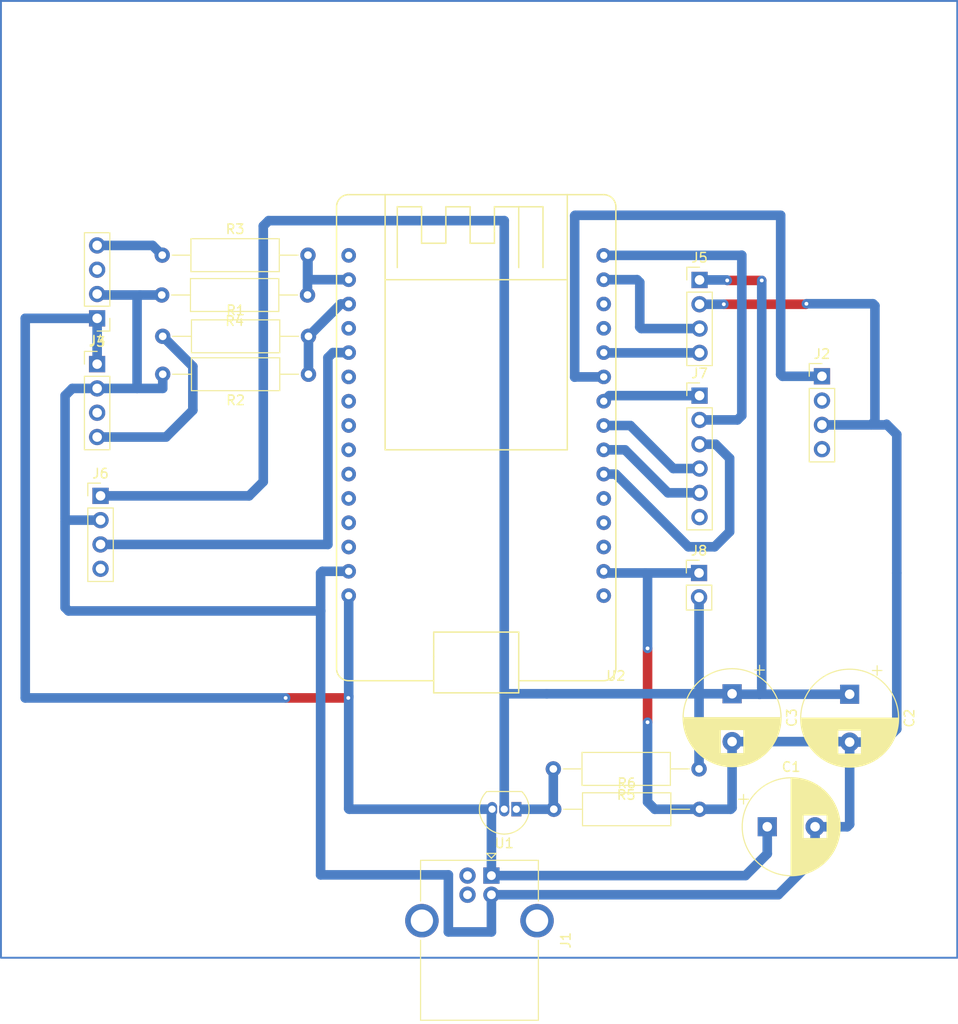
<source format=kicad_pcb>
(kicad_pcb (version 20211014) (generator pcbnew)
  (layers (0 "F.Cu" signal) (31 "B.Cu" signal) (34 "B.Paste" user) (35 "F.Paste" user) (36 "B.SilkS" user "B.Silkscreen") (37 "F.SilkS" user "F.Silkscreen") (38 "B.Mask" user) (39 "F.Mask" user) (44 "Edge.Cuts" user))
  (net 0 "")
  (net 1 "Net-(R5-Pad2)")
  (net 2 "+3V3")
  (net 3 "+5V")
  (net 4 "GND")
  (net 13 "/TEMT6000")
  (net 15 "/MQ5")
  (net 16 "/MQ7")
  (net 18 "/OLED_D1")
  (net 19 "/SCL")
  (net 22 "/SDA")
  (net 23 "/Buzzer")
  (net 24 "/OLED_D0")
  (net 25 "/OLED_CS")
  (net 26 "/OLED_RESET")
  (net 27 "/OLED_DC")
  (net 38 "Net-(J3-Pad4)")
  (net 40 "Net-(J4-Pad4)")
  (footprint "Capacitor_THT:CP_Radial_D10.0mm_P5.00mm" (layer "F.Cu") (at 251.3076 102.585123 -90)
    (fp_text reference "C2" (at 2.5 -6.25 90) (layer "F.SilkS"))
    (fp_text value "10uF")
    (pad "1" thru_hole rect (at 0 0 270) (size 2 2) (drill 1) (layers *.Cu *.Mask) (net 2 "+3V3"))
    (pad "2" thru_hole circle (at 5 0 270) (size 2 2) (drill 1) (layers *.Cu *.Mask) (net 4 "GND"))
  )
  (footprint "Capacitor_THT:CP_Radial_D10.0mm_P5.00mm" (layer "F.Cu") (at 239.014 102.534323 -90)
    (fp_text reference "C3" (at 2.5 -6.25 90) (layer "F.SilkS"))
    (fp_text value "100uF")
    (pad "1" thru_hole rect (at 0 0 270) (size 2 2) (drill 1) (layers *.Cu *.Mask) (net 2 "+3V3"))
    (pad "2" thru_hole circle (at 5 0 270) (size 2 2) (drill 1) (layers *.Cu *.Mask) (net 4 "GND"))
  )
  (footprint "Connector_PinHeader_2.54mm:PinHeader_1x04_P2.54mm_Vertical" (layer "F.Cu") (at 172.6184 63.2968 180)
    (fp_text reference "J4" (at 0 -2.33) (layer "F.SilkS"))
    (fp_text value "MQ7")
    (pad "1" thru_hole rect (at 0 0 180) (size 1.7 1.7) (drill 1) (layers *.Cu *.Mask) (net 3 "+5V"))
    (pad "2" thru_hole oval (at 0 2.54 180) (size 1.7 1.7) (drill 1) (layers *.Cu *.Mask) (net 4 "GND"))
    (pad "3" thru_hole oval (at 0 5.08 180) (size 1.7 1.7) (drill 1) (layers *.Cu *.Mask))
    (pad "4" thru_hole oval (at 0 7.62 180) (size 1.7 1.7) (drill 1) (layers *.Cu *.Mask) (net 40 "Net-(J4-Pad4)"))
  )
  (footprint "Package_TO_SOT_THT:TO-92_Inline" (layer "F.Cu") (at 216.4588 114.6004 180)
    (fp_text reference "U1" (at 1.27 -3.56) (layer "F.SilkS"))
    (fp_text value "LM317L_TO92")
    (pad "1" thru_hole rect (at 0 0 180) (size 1.05 1.5) (drill 0.75) (layers *.Cu *.Mask) (net 1 "Net-(R5-Pad2)"))
    (pad "2" thru_hole oval (at 1.27 0 180) (size 1.05 1.5) (drill 0.75) (layers *.Cu *.Mask) (net 2 "+3V3"))
    (pad "3" thru_hole oval (at 2.54 0 180) (size 1.05 1.5) (drill 0.75) (layers *.Cu *.Mask) (net 3 "+5V"))
  )
  (footprint "Connector_PinHeader_2.54mm:PinHeader_1x04_P2.54mm_Vertical" (layer "F.Cu") (at 172.6184 68.082)
    (fp_text reference "J3" (at 0 -2.33) (layer "F.SilkS"))
    (fp_text value "MQ5")
    (pad "1" thru_hole rect (at 0 0) (size 1.7 1.7) (drill 1) (layers *.Cu *.Mask) (net 3 "+5V"))
    (pad "2" thru_hole oval (at 0 2.54) (size 1.7 1.7) (drill 1) (layers *.Cu *.Mask) (net 4 "GND"))
    (pad "3" thru_hole oval (at 0 5.08) (size 1.7 1.7) (drill 1) (layers *.Cu *.Mask))
    (pad "4" thru_hole oval (at 0 7.62) (size 1.7 1.7) (drill 1) (layers *.Cu *.Mask) (net 38 "Net-(J3-Pad4)"))
  )
  (footprint "Resistor_THT:R_Axial_DIN0309_L9.0mm_D3.2mm_P15.24mm_Horizontal" (layer "F.Cu") (at 179.4256 56.6928)
    (fp_text reference "R3" (at 7.62 -2.72) (layer "F.SilkS"))
    (fp_text value "10k")
    (pad "1" thru_hole circle (at 0 0) (size 1.6 1.6) (drill 0.8) (layers *.Cu *.Mask) (net 40 "Net-(J4-Pad4)"))
    (pad "2" thru_hole oval (at 15.24 0) (size 1.6 1.6) (drill 0.8) (layers *.Cu *.Mask) (net 16 "/MQ7"))
  )
  (footprint "Resistor_THT:R_Axial_DIN0309_L9.0mm_D3.2mm_P15.24mm_Horizontal" (layer "F.Cu") (at 235.5596 110.3884 180)
    (fp_text reference "R5" (at 7.62 -2.72) (layer "F.SilkS"))
    (fp_text value "330")
    (pad "1" thru_hole circle (at 0 0 180) (size 1.6 1.6) (drill 0.8) (layers *.Cu *.Mask) (net 2 "+3V3"))
    (pad "2" thru_hole oval (at 15.24 0 180) (size 1.6 1.6) (drill 0.8) (layers *.Cu *.Mask) (net 1 "Net-(R5-Pad2)"))
  )
  (footprint "Resistor_THT:R_Axial_DIN0309_L9.0mm_D3.2mm_P15.24mm_Horizontal" (layer "F.Cu") (at 220.3704 114.6048)
    (fp_text reference "R6" (at 7.62 -2.72) (layer "F.SilkS"))
    (fp_text value "560")
    (pad "1" thru_hole circle (at 0 0) (size 1.6 1.6) (drill 0.8) (layers *.Cu *.Mask) (net 1 "Net-(R5-Pad2)"))
    (pad "2" thru_hole oval (at 15.24 0) (size 1.6 1.6) (drill 0.8) (layers *.Cu *.Mask) (net 4 "GND"))
  )
  (footprint "DOIT_ESP32:DOIT ESP32 Devkit" (layer "F.Cu") (at 226.8615 101.1682 180)
    (fp_text reference "U2" (at 0 0.5) (layer "F.SilkS"))
    (fp_text value "ESP32-Devkit-V1")
    (pad "1" thru_hole circle locked (at 27.94 8.89 180) (size 1.524 1.524) (drill 0.762) (layers *.Cu *.Mask) (net 3 "+5V"))
    (pad "2" thru_hole circle locked (at 27.94 11.43 180) (size 1.524 1.524) (drill 0.762) (layers *.Cu *.Mask) (net 4 "GND"))
    (pad "3" thru_hole circle locked (at 27.94 13.97 180) (size 1.524 1.524) (drill 0.762) (layers *.Cu *.Mask))
    (pad "4" thru_hole circle locked (at 27.94 16.51 180) (size 1.524 1.524) (drill 0.762) (layers *.Cu *.Mask))
    (pad "5" thru_hole circle locked (at 27.94 19.05 180) (size 1.524 1.524) (drill 0.762) (layers *.Cu *.Mask))
    (pad "6" thru_hole circle locked (at 27.94 21.59 180) (size 1.524 1.524) (drill 0.762) (layers *.Cu *.Mask))
    (pad "7" thru_hole circle locked (at 27.94 24.13 180) (size 1.524 1.524) (drill 0.762) (layers *.Cu *.Mask))
    (pad "8" thru_hole circle locked (at 27.94 26.67 180) (size 1.524 1.524) (drill 0.762) (layers *.Cu *.Mask))
    (pad "9" thru_hole circle locked (at 27.94 29.21 180) (size 1.524 1.524) (drill 0.762) (layers *.Cu *.Mask))
    (pad "10" thru_hole circle locked (at 27.94 31.75 180) (size 1.524 1.524) (drill 0.762) (layers *.Cu *.Mask))
    (pad "11" thru_hole circle locked (at 27.94 34.29 180) (size 1.524 1.524) (drill 0.762) (layers *.Cu *.Mask) (net 13 "/TEMT6000"))
    (pad "12" thru_hole circle locked (at 27.94 36.83 180) (size 1.524 1.524) (drill 0.762) (layers *.Cu *.Mask))
    (pad "13" thru_hole circle locked (at 27.94 39.37 180) (size 1.524 1.524) (drill 0.762) (layers *.Cu *.Mask) (net 15 "/MQ5"))
    (pad "14" thru_hole circle locked (at 27.94 41.91 180) (size 1.524 1.524) (drill 0.762) (layers *.Cu *.Mask) (net 16 "/MQ7"))
    (pad "15" thru_hole circle locked (at 27.94 44.45 180) (size 1.524 1.524) (drill 0.762) (layers *.Cu *.Mask))
    (pad "16" thru_hole circle locked (at 1.27 44.45 180) (size 1.524 1.524) (drill 0.762) (layers *.Cu *.Mask) (net 18 "/OLED_D1"))
    (pad "17" thru_hole circle locked (at 1.27 41.91 180) (size 1.524 1.524) (drill 0.762) (layers *.Cu *.Mask) (net 19 "/SCL"))
    (pad "18" thru_hole circle locked (at 1.27 39.37 180) (size 1.524 1.524) (drill 0.762) (layers *.Cu *.Mask))
    (pad "19" thru_hole circle locked (at 1.27 36.83 180) (size 1.524 1.524) (drill 0.762) (layers *.Cu *.Mask))
    (pad "20" thru_hole circle locked (at 1.27 34.29 180) (size 1.524 1.524) (drill 0.762) (layers *.Cu *.Mask) (net 22 "/SDA"))
    (pad "21" thru_hole circle locked (at 1.27 31.75 180) (size 1.524 1.524) (drill 0.762) (layers *.Cu *.Mask) (net 23 "/Buzzer"))
    (pad "22" thru_hole circle locked (at 1.27 29.21 180) (size 1.524 1.524) (drill 0.762) (layers *.Cu *.Mask) (net 24 "/OLED_D0"))
    (pad "23" thru_hole circle locked (at 1.27 26.67 180) (size 1.524 1.524) (drill 0.762) (layers *.Cu *.Mask) (net 25 "/OLED_CS"))
    (pad "24" thru_hole circle locked (at 1.27 24.13 180) (size 1.524 1.524) (drill 0.762) (layers *.Cu *.Mask) (net 26 "/OLED_RESET"))
    (pad "25" thru_hole circle locked (at 1.27 21.59 180) (size 1.524 1.524) (drill 0.762) (layers *.Cu *.Mask) (net 27 "/OLED_DC"))
    (pad "26" thru_hole circle locked (at 1.27 19.05 180) (size 1.524 1.524) (drill 0.762) (layers *.Cu *.Mask))
    (pad "27" thru_hole circle locked (at 1.27 16.51 180) (size 1.524 1.524) (drill 0.762) (layers *.Cu *.Mask))
    (pad "28" thru_hole circle locked (at 1.27 13.97 180) (size 1.524 1.524) (drill 0.762) (layers *.Cu *.Mask))
    (pad "29" thru_hole circle locked (at 1.27 11.43 180) (size 1.524 1.524) (drill 0.762) (layers *.Cu *.Mask) (net 4 "GND"))
    (pad "30" thru_hole circle locked (at 1.27 8.89 180) (size 1.524 1.524) (drill 0.762) (layers *.Cu *.Mask))
  )
  (footprint "Resistor_THT:R_Axial_DIN0309_L9.0mm_D3.2mm_P15.24mm_Horizontal" (layer "F.Cu") (at 194.6148 60.8584 180)
    (fp_text reference "R4" (at 7.62 -2.72) (layer "F.SilkS"))
    (fp_text value "19k")
    (pad "1" thru_hole circle (at 0 0 180) (size 1.6 1.6) (drill 0.8) (layers *.Cu *.Mask) (net 16 "/MQ7"))
    (pad "2" thru_hole oval (at 15.24 0 180) (size 1.6 1.6) (drill 0.8) (layers *.Cu *.Mask) (net 4 "GND"))
  )
  (footprint "Connector_PinHeader_2.54mm:PinHeader_1x02_P2.54mm_Vertical" (layer "F.Cu") (at 235.5596 89.911)
    (fp_text reference "J8" (at 0 -2.33) (layer "F.SilkS"))
    (fp_text value "AlimentacionOled")
    (pad "1" thru_hole rect (at 0 0) (size 1.7 1.7) (drill 1) (layers *.Cu *.Mask) (net 4 "GND"))
    (pad "2" thru_hole oval (at 0 2.54) (size 1.7 1.7) (drill 1) (layers *.Cu *.Mask) (net 2 "+3V3"))
  )
  (footprint "Resistor_THT:R_Axial_DIN0309_L9.0mm_D3.2mm_P15.24mm_Horizontal" (layer "F.Cu") (at 194.7164 69.1388 180)
    (fp_text reference "R2" (at 7.62 -2.72) (layer "F.SilkS"))
    (fp_text value "19k")
    (pad "1" thru_hole circle (at 0 0 180) (size 1.6 1.6) (drill 0.8) (layers *.Cu *.Mask) (net 15 "/MQ5"))
    (pad "2" thru_hole oval (at 15.24 0 180) (size 1.6 1.6) (drill 0.8) (layers *.Cu *.Mask) (net 4 "GND"))
  )
  (footprint "Connector_PinHeader_2.54mm:PinHeader_1x04_P2.54mm_Vertical" (layer "F.Cu") (at 172.974 81.8488)
    (fp_text reference "J6" (at 0 -2.33) (layer "F.SilkS"))
    (fp_text value "TEMT6000")
    (pad "1" thru_hole rect (at 0 0) (size 1.7 1.7) (drill 1) (layers *.Cu *.Mask) (net 2 "+3V3"))
    (pad "2" thru_hole oval (at 0 2.54) (size 1.7 1.7) (drill 1) (layers *.Cu *.Mask) (net 4 "GND"))
    (pad "3" thru_hole oval (at 0 5.08) (size 1.7 1.7) (drill 1) (layers *.Cu *.Mask) (net 13 "/TEMT6000"))
    (pad "4" thru_hole oval (at 0 7.62) (size 1.7 1.7) (drill 1) (layers *.Cu *.Mask))
  )
  (footprint "Capacitor_THT:CP_Radial_D10.0mm_P5.00mm" (layer "F.Cu") (at 242.691523 116.4336)
    (fp_text reference "C1" (at 2.5 -6.25) (layer "F.SilkS"))
    (fp_text value "100uF")
    (pad "1" thru_hole rect (at 0 0) (size 2 2) (drill 1) (layers *.Cu *.Mask) (net 3 "+5V"))
    (pad "2" thru_hole circle (at 5 0) (size 2 2) (drill 1) (layers *.Cu *.Mask) (net 4 "GND"))
  )
  (footprint "Connector_PinHeader_2.54mm:PinHeader_1x04_P2.54mm_Vertical" (layer "F.Cu") (at 235.6104 59.2836)
    (fp_text reference "J5" (at 0 -2.33) (layer "F.SilkS"))
    (fp_text value "BMP180")
    (pad "1" thru_hole rect (at 0 0) (size 1.7 1.7) (drill 1) (layers *.Cu *.Mask) (net 2 "+3V3"))
    (pad "2" thru_hole oval (at 0 2.54) (size 1.7 1.7) (drill 1) (layers *.Cu *.Mask) (net 4 "GND"))
    (pad "3" thru_hole oval (at 0 5.08) (size 1.7 1.7) (drill 1) (layers *.Cu *.Mask) (net 19 "/SCL"))
    (pad "4" thru_hole oval (at 0 7.62) (size 1.7 1.7) (drill 1) (layers *.Cu *.Mask) (net 22 "/SDA"))
  )
  (footprint "Connector_PinHeader_2.54mm:PinHeader_1x04_P2.54mm_Vertical" (layer "F.Cu") (at 248.412 69.352)
    (fp_text reference "J2" (at 0 -2.33) (layer "F.SilkS"))
    (fp_text value "Buzzer")
    (pad "1" thru_hole rect (at 0 0) (size 1.7 1.7) (drill 1) (layers *.Cu *.Mask) (net 23 "/Buzzer"))
    (pad "2" thru_hole oval (at 0 2.54) (size 1.7 1.7) (drill 1) (layers *.Cu *.Mask))
    (pad "3" thru_hole oval (at 0 5.08) (size 1.7 1.7) (drill 1) (layers *.Cu *.Mask) (net 4 "GND"))
    (pad "4" thru_hole oval (at 0 7.62) (size 1.7 1.7) (drill 1) (layers *.Cu *.Mask))
  )
  (footprint "Connector_PinHeader_2.54mm:PinHeader_1x06_P2.54mm_Vertical" (layer "F.Cu") (at 235.6104 71.374)
    (fp_text reference "J7" (at 0 -2.33) (layer "F.SilkS"))
    (fp_text value "DatosOled")
    (pad "1" thru_hole rect (at 0 0) (size 1.7 1.7) (drill 1) (layers *.Cu *.Mask) (net 24 "/OLED_D0"))
    (pad "2" thru_hole oval (at 0 2.54) (size 1.7 1.7) (drill 1) (layers *.Cu *.Mask) (net 18 "/OLED_D1"))
    (pad "3" thru_hole oval (at 0 5.08) (size 1.7 1.7) (drill 1) (layers *.Cu *.Mask) (net 27 "/OLED_DC"))
    (pad "4" thru_hole oval (at 0 7.62) (size 1.7 1.7) (drill 1) (layers *.Cu *.Mask) (net 25 "/OLED_CS"))
    (pad "5" thru_hole oval (at 0 10.16) (size 1.7 1.7) (drill 1) (layers *.Cu *.Mask) (net 26 "/OLED_RESET"))
    (pad "6" thru_hole oval (at 0 12.7) (size 1.7 1.7) (drill 1) (layers *.Cu *.Mask))
  )
  (footprint "Connector_USB:USB_B_OST_USB-B1HSxx_Horizontal" (layer "F.Cu") (at 213.848 121.5401 -90)
    (fp_text reference "J1" (at 6.76 -7.77 90) (layer "F.SilkS"))
    (fp_text value "USB_B")
    (pad "1" thru_hole rect (at 0 0 270) (size 1.7 1.7) (drill 0.92) (layers *.Cu *.Mask) (net 3 "+5V"))
    (pad "2" thru_hole circle (at 0 2.5 270) (size 1.7 1.7) (drill 0.92) (layers *.Cu *.Mask))
    (pad "3" thru_hole circle (at 2 2.5 270) (size 1.7 1.7) (drill 0.92) (layers *.Cu *.Mask))
    (pad "4" thru_hole circle (at 2 0 270) (size 1.7 1.7) (drill 0.92) (layers *.Cu *.Mask) (net 4 "GND"))
    (pad "5" thru_hole circle (at 4.71 -4.77 270) (size 3.5 3.5) (drill 2.33) (layers *.Cu *.Mask))
    (pad "5" thru_hole circle (at 4.71 7.27 270) (size 3.5 3.5) (drill 2.33) (layers *.Cu *.Mask))
  )
  (footprint "Resistor_THT:R_Axial_DIN0309_L9.0mm_D3.2mm_P15.24mm_Horizontal" (layer "F.Cu") (at 179.4764 65.1764)
    (fp_text reference "R1" (at 7.62 -2.72) (layer "F.SilkS"))
    (fp_text value "10k")
    (pad "1" thru_hole circle (at 0 0) (size 1.6 1.6) (drill 0.8) (layers *.Cu *.Mask) (net 38 "Net-(J3-Pad4)"))
    (pad "2" thru_hole oval (at 15.24 0) (size 1.6 1.6) (drill 0.8) (layers *.Cu *.Mask) (net 15 "/MQ5"))
  )
  (gr_rect (start 162.56 30.1244) (end 262.56 130.1244) (layer "B.Cu") (width 0.2) (fill none))
  (segment (start 220.3196 110.3884) (end 220.3196 114.554) (width 1) (layer "B.Cu") (net 1))
  (segment (start 216.4632 114.6048) (end 216.4588 114.6004) (width 1) (layer "B.Cu") (net 1))
  (segment (start 220.3196 114.554) (end 220.3704 114.6048) (width 1) (layer "B.Cu") (net 1))
  (segment (start 220.3704 114.6048) (end 216.4632 114.6048) (width 1) (layer "B.Cu") (net 1))
  (segment (start 238.506 59.3344) (end 242.1128 59.3344) (width 1) (layer "F.Cu") (net 2))
  (via (at 242.1128 59.3344) (size 0.8) (drill 0.4) (layers "F.Cu" "B.Cu") (net 2))
  (via (at 238.506 59.3344) (size 0.8) (drill 0.4) (layers "F.Cu" "B.Cu") (net 2))
  (segment (start 188.5088 81.8488) (end 189.992 80.3656) (width 1) (layer "B.Cu") (net 2))
  (segment (start 235.641277 102.534323) (end 239.014 102.534323) (width 1) (layer "B.Cu") (net 2))
  (segment (start 215.1888 114.6004) (end 215.1888 102.534323) (width 1) (layer "B.Cu") (net 2))
  (segment (start 189.992 53.6448) (end 190.5508 53.086) (width 1) (layer "B.Cu") (net 2))
  (segment (start 235.5596 102.452646) (end 235.641277 102.534323) (width 1) (layer "B.Cu") (net 2))
  (segment (start 242.1128 59.3344) (end 242.1128 102.362) (width 1) (layer "B.Cu") (net 2))
  (segment (start 235.5596 92.451) (end 235.5596 102.452646) (width 1) (layer "B.Cu") (net 2))
  (segment (start 172.974 81.8488) (end 188.5088 81.8488) (width 1) (layer "B.Cu") (net 2))
  (segment (start 235.6104 59.2836) (end 238.4552 59.2836) (width 1) (layer "B.Cu") (net 2))
  (segment (start 239.0648 102.585123) (end 239.014 102.534323) (width 1) (layer "B.Cu") (net 2))
  (segment (start 238.4552 59.2836) (end 238.506 59.3344) (width 1) (layer "B.Cu") (net 2))
  (segment (start 235.5596 102.616) (end 235.641277 102.534323) (width 1) (layer "B.Cu") (net 2))
  (segment (start 251.3076 102.585123) (end 241.889677 102.585123) (width 1) (layer "B.Cu") (net 2))
  (segment (start 241.889677 102.585123) (end 239.0648 102.585123) (width 1) (layer "B.Cu") (net 2))
  (segment (start 189.992 80.3656) (end 189.992 53.6448) (width 1) (layer "B.Cu") (net 2))
  (segment (start 235.5596 110.3884) (end 235.5596 102.616) (width 1) (layer "B.Cu") (net 2))
  (segment (start 215.1888 53.086) (end 215.1888 102.534323) (width 1) (layer "B.Cu") (net 2))
  (segment (start 219.639277 102.534323) (end 235.641277 102.534323) (width 1) (layer "B.Cu") (net 2))
  (segment (start 190.5508 53.086) (end 215.1888 53.086) (width 1) (layer "B.Cu") (net 2))
  (segment (start 215.1888 102.534323) (end 219.639277 102.534323) (width 1) (layer "B.Cu") (net 2))
  (segment (start 242.1128 102.362) (end 241.889677 102.585123) (width 1) (layer "B.Cu") (net 2))
  (segment (start 198.882 102.9716) (end 192.3288 102.9716) (width 1) (layer "F.Cu") (net 3))
  (via (at 198.882 102.9716) (size 0.8) (drill 0.4) (layers "F.Cu" "B.Cu") (net 3))
  (via (at 192.3288 102.9716) (size 0.8) (drill 0.4) (layers "F.Cu" "B.Cu") (net 3))
  (segment (start 213.848 121.5401) (end 240.4099 121.5401) (width 1) (layer "B.Cu") (net 3))
  (segment (start 198.9215 102.9321) (end 198.9215 102.8079) (width 1) (layer "B.Cu") (net 3))
  (segment (start 165.1 63.2968) (end 165.1 102.9716) (width 1) (layer "B.Cu") (net 3))
  (segment (start 240.4099 121.5401) (end 242.691523 119.258477) (width 1) (layer "B.Cu") (net 3))
  (segment (start 213.848 121.5401) (end 213.848 114.6712) (width 1) (layer "B.Cu") (net 3))
  (segment (start 172.6184 63.2968) (end 172.6184 68.082) (width 1) (layer "B.Cu") (net 3))
  (segment (start 198.9215 102.8079) (end 198.9215 92.2782) (width 1) (layer "B.Cu") (net 3))
  (segment (start 198.9215 114.5427) (end 198.9215 102.8079) (width 1) (layer "B.Cu") (net 3))
  (segment (start 198.9792 114.6004) (end 198.9215 114.5427) (width 1) (layer "B.Cu") (net 3))
  (segment (start 213.9188 114.6004) (end 198.9792 114.6004) (width 1) (layer "B.Cu") (net 3))
  (segment (start 213.848 114.6712) (end 213.9188 114.6004) (width 1) (layer "B.Cu") (net 3))
  (segment (start 172.6184 63.2968) (end 165.1 63.2968) (width 1) (layer "B.Cu") (net 3))
  (segment (start 165.1 102.9716) (end 192.3288 102.9716) (width 1) (layer "B.Cu") (net 3))
  (segment (start 242.691523 119.258477) (end 242.691523 116.4336) (width 1) (layer "B.Cu") (net 3))
  (segment (start 246.7356 61.8236) (end 246.7864 61.7728) (width 1) (layer "F.Cu") (net 4))
  (segment (start 238.1504 61.8236) (end 246.7356 61.8236) (width 1) (layer "F.Cu") (net 4))
  (segment (start 230.1748 105.5116) (end 230.1748 97.79) (width 1) (layer "F.Cu") (net 4))
  (via (at 246.7864 61.7728) (size 0.8) (drill 0.4) (layers "F.Cu" "B.Cu") (net 4))
  (via (at 238.1504 61.8236) (size 0.8) (drill 0.4) (layers "F.Cu" "B.Cu") (net 4))
  (via (at 230.1748 97.79) (size 0.8) (drill 0.4) (layers "F.Cu" "B.Cu") (net 4))
  (via (at 230.1748 105.5116) (size 0.8) (drill 0.4) (layers "F.Cu" "B.Cu") (net 4))
  (segment (start 169.6212 93.8784) (end 169.2656 93.5228) (width 1) (layer "B.Cu") (net 4))
  (segment (start 169.2656 93.5228) (end 169.2656 84.5004) (width 1) (layer "B.Cu") (net 4))
  (segment (start 213.848 123.5401) (end 243.8455 123.5401) (width 1) (layer "B.Cu") (net 4))
  (segment (start 230.1748 90.16) (end 229.9258 89.911) (width 1) (layer "B.Cu") (net 4))
  (segment (start 230.1748 113.8428) (end 230.1748 105.5116) (width 1) (layer "B.Cu") (net 4))
  (segment (start 235.5596 89.911) (end 229.9258 89.911) (width 1) (layer "B.Cu") (net 4))
  (segment (start 209.3468 127.4264) (end 209.3468 121.4628) (width 1) (layer "B.Cu") (net 4))
  (segment (start 238.8616 114.6048) (end 239.014 114.4524) (width 1) (layer "B.Cu") (net 4))
  (segment (start 172.974 84.3888) (end 169.3772 84.3888) (width 1) (layer "B.Cu") (net 4))
  (segment (start 230.1748 97.79) (end 230.1748 90.16) (width 1) (layer "B.Cu") (net 4))
  (segment (start 209.3468 121.4628) (end 195.9864 121.4628) (width 1) (layer "B.Cu") (net 4))
  (segment (start 235.6104 114.6048) (end 230.9368 114.6048) (width 1) (layer "B.Cu") (net 4))
  (segment (start 251.0536 116.4336) (end 251.3076 116.1796) (width 1) (layer "B.Cu") (net 4))
  (segment (start 230.9368 114.6048) (end 230.1748 113.8428) (width 1) (layer "B.Cu") (net 4))
  (segment (start 253.746 61.7728) (end 253.9492 61.976) (width 1) (layer "B.Cu") (net 4))
  (segment (start 195.9864 93.8784) (end 169.6212 93.8784) (width 1) (layer "B.Cu") (net 4))
  (segment (start 248.412 74.432) (end 253.5528 74.432) (width 1) (layer "B.Cu") (net 4))
  (segment (start 251.2568 107.534323) (end 251.3076 107.585123) (width 1) (layer "B.Cu") (net 4))
  (segment (start 235.6104 61.8236) (end 238.1504 61.8236) (width 1) (layer "B.Cu") (net 4))
  (segment (start 247.691523 119.694077) (end 247.691523 116.4336) (width 1) (layer "B.Cu") (net 4))
  (segment (start 179.4764 70.622) (end 179.4764 69.1388) (width 1) (layer "B.Cu") (net 4))
  (segment (start 169.2656 84.2772) (end 169.2656 71.374) (width 1) (layer "B.Cu") (net 4))
  (segment (start 225.7643 89.911) (end 225.5915 89.7382) (width 1) (layer "B.Cu") (net 4))
  (segment (start 251.3076 116.1796) (end 251.3076 107.585123) (width 1) (layer "B.Cu") (net 4))
  (segment (start 254.872877 107.585123) (end 256.2352 106.2228) (width 1) (layer "B.Cu") (net 4))
  (segment (start 195.9864 93.8784) (end 195.9864 89.916) (width 1) (layer "B.Cu") (net 4))
  (segment (start 256.2352 75.438) (end 255.1684 74.3712) (width 1) (layer "B.Cu") (net 4))
  (segment (start 169.2656 71.374) (end 170.0176 70.622) (width 1) (layer "B.Cu") (net 4))
  (segment (start 172.72 60.8584) (end 172.6184 60.7568) (width 1) (layer "B.Cu") (net 4))
  (segment (start 251.3076 107.585123) (end 254.872877 107.585123) (width 1) (layer "B.Cu") (net 4))
  (segment (start 239.014 114.4524) (end 239.014 107.534323) (width 1) (layer "B.Cu") (net 4))
  (segment (start 198.9215 89.7382) (end 196.1642 89.7382) (width 1) (layer "B.Cu") (net 4))
  (segment (start 253.9492 61.976) (end 253.9492 74.0356) (width 1) (layer "B.Cu") (net 4))
  (segment (start 179.3748 60.8584) (end 177.0888 60.8584) (width 1) (layer "B.Cu") (net 4))
  (segment (start 176.794 61.1532) (end 177.0888 60.8584) (width 1) (layer "B.Cu") (net 4))
  (segment (start 170.0176 70.622) (end 172.6184 70.622) (width 1) (layer "B.Cu") (net 4))
  (segment (start 235.6104 114.6048) (end 238.8616 114.6048) (width 1) (layer "B.Cu") (net 4))
  (segment (start 247.691523 116.4336) (end 251.0536 116.4336) (width 1) (layer "B.Cu") (net 4))
  (segment (start 169.3772 84.3888) (end 169.2656 84.2772) (width 1) (layer "B.Cu") (net 4))
  (segment (start 195.9864 121.4628) (end 195.9864 93.8784) (width 1) (layer "B.Cu") (net 4))
  (segment (start 239.014 107.534323) (end 251.2568 107.534323) (width 1) (layer "B.Cu") (net 4))
  (segment (start 196.1642 89.7382) (end 195.9864 89.916) (width 1) (layer "B.Cu") (net 4))
  (segment (start 176.794 70.622) (end 176.794 61.1532) (width 1) (layer "B.Cu") (net 4))
  (segment (start 169.2656 84.5004) (end 169.3772 84.3888) (width 1) (layer "B.Cu") (net 4))
  (segment (start 253.5528 74.432) (end 255.1076 74.432) (width 1) (layer "B.Cu") (net 4))
  (segment (start 172.6184 70.622) (end 176.794 70.622) (width 1) (layer "B.Cu") (net 4))
  (segment (start 213.848 127.4264) (end 209.3468 127.4264) (width 1) (layer "B.Cu") (net 4))
  (segment (start 213.848 123.5401) (end 213.848 127.4264) (width 1) (layer "B.Cu") (net 4))
  (segment (start 243.8455 123.5401) (end 247.691523 119.694077) (width 1) (layer "B.Cu") (net 4))
  (segment (start 253.9492 74.0356) (end 253.5528 74.432) (width 1) (layer "B.Cu") (net 4))
  (segment (start 176.794 70.622) (end 179.4764 70.622) (width 1) (layer "B.Cu") (net 4))
  (segment (start 177.0888 60.8584) (end 172.72 60.8584) (width 1) (layer "B.Cu") (net 4))
  (segment (start 229.9258 89.911) (end 225.7643 89.911) (width 1) (layer "B.Cu") (net 4))
  (segment (start 255.1076 74.432) (end 255.1684 74.3712) (width 1) (layer "B.Cu") (net 4))
  (segment (start 256.2352 89.911) (end 256.2352 75.438) (width 1) (layer "B.Cu") (net 4))
  (segment (start 246.7864 61.7728) (end 253.746 61.7728) (width 1) (layer "B.Cu") (net 4))
  (segment (start 256.2352 106.2228) (end 256.2352 89.911) (width 1) (layer "B.Cu") (net 4))
  (segment (start 196.7484 86.9288) (end 196.7484 67.4116) (width 1) (layer "B.Cu") (net 13))
  (segment (start 172.974 86.9288) (end 196.7484 86.9288) (width 1) (layer "B.Cu") (net 13))
  (segment (start 197.2818 66.8782) (end 198.9215 66.8782) (width 1) (layer "B.Cu") (net 13))
  (segment (start 196.7484 67.4116) (end 197.2818 66.8782) (width 1) (layer "B.Cu") (net 13))
  (segment (start 198.9215 61.7982) (end 198.0946 61.7982) (width 1) (layer "B.Cu") (net 15))
  (segment (start 198.0946 61.7982) (end 194.7164 65.1764) (width 1) (layer "B.Cu") (net 15))
  (segment (start 194.7164 69.1388) (end 194.7164 65.1764) (width 1) (layer "B.Cu") (net 15))
  (segment (start 198.9215 59.2582) (end 194.6656 59.2582) (width 1) (layer "B.Cu") (net 16))
  (segment (start 194.6148 56.7436) (end 194.6656 56.6928) (width 1) (layer "B.Cu") (net 16))
  (segment (start 194.6148 60.8584) (end 194.6148 56.7436) (width 1) (layer "B.Cu") (net 16))
  (segment (start 194.6656 59.2582) (end 194.6656 56.6928) (width 1) (layer "B.Cu") (net 16))
  (segment (start 240.0046 56.7182) (end 240.03 56.6928) (width 1) (layer "B.Cu") (net 18))
  (segment (start 240.03 56.7436) (end 240.0046 56.7182) (width 1) (layer "B.Cu") (net 18))
  (segment (start 235.6104 73.914) (end 239.5728 73.914) (width 1) (layer "B.Cu") (net 18))
  (segment (start 239.5728 73.914) (end 240.03 73.4568) (width 1) (layer "B.Cu") (net 18))
  (segment (start 240.03 73.4568) (end 240.03 56.7436) (width 1) (layer "B.Cu") (net 18))
  (segment (start 225.5915 56.7182) (end 240.0046 56.7182) (width 1) (layer "B.Cu") (net 18))
  (segment (start 229.0826 59.2582) (end 225.5915 59.2582) (width 1) (layer "B.Cu") (net 19))
  (segment (start 235.6104 64.3636) (end 229.5144 64.3636) (width 1) (layer "B.Cu") (net 19))
  (segment (start 229.362 64.2112) (end 229.362 59.5376) (width 1) (layer "B.Cu") (net 19))
  (segment (start 229.362 59.5376) (end 229.0826 59.2582) (width 1) (layer "B.Cu") (net 19))
  (segment (start 229.5144 64.3636) (end 229.362 64.2112) (width 1) (layer "B.Cu") (net 19))
  (segment (start 235.6104 66.9036) (end 225.6169 66.9036) (width 1) (layer "B.Cu") (net 22))
  (segment (start 225.6169 66.9036) (end 225.5915 66.8782) (width 1) (layer "B.Cu") (net 22))
  (segment (start 222.5548 52.578) (end 222.5548 69.4436) (width 1) (layer "B.Cu") (net 23))
  (segment (start 244.094 52.5272) (end 222.6056 52.5272) (width 1) (layer "B.Cu") (net 23))
  (segment (start 248.412 69.352) (end 244.2872 69.352) (width 1) (layer "B.Cu") (net 23))
  (segment (start 225.5915 69.4182) (end 222.5802 69.4182) (width 1) (layer "B.Cu") (net 23))
  (segment (start 244.094 69.1588) (end 244.094 52.5272) (width 1) (layer "B.Cu") (net 23))
  (segment (start 244.2872 69.352) (end 244.094 69.1588) (width 1) (layer "B.Cu") (net 23))
  (segment (start 222.5802 69.4182) (end 222.5548 69.4436) (width 1) (layer "B.Cu") (net 23))
  (segment (start 222.6056 52.5272) (end 222.5548 52.578) (width 1) (layer "B.Cu") (net 23))
  (segment (start 226.1757 71.374) (end 225.5915 71.9582) (width 1) (layer "B.Cu") (net 24))
  (segment (start 235.6104 71.374) (end 226.1757 71.374) (width 1) (layer "B.Cu") (net 24))
  (segment (start 232.8672 78.994) (end 228.3714 74.4982) (width 1) (layer "B.Cu") (net 25))
  (segment (start 228.3714 74.4982) (end 225.5915 74.4982) (width 1) (layer "B.Cu") (net 25))
  (segment (start 235.6104 78.994) (end 232.8672 78.994) (width 1) (layer "B.Cu") (net 25))
  (segment (start 235.6104 81.534) (end 232.3084 81.534) (width 1) (layer "B.Cu") (net 26))
  (segment (start 232.3084 81.534) (end 227.8126 77.0382) (width 1) (layer "B.Cu") (net 26))
  (segment (start 227.8126 77.0382) (end 225.5915 77.0382) (width 1) (layer "B.Cu") (net 26))
  (segment (start 234.442 87.1728) (end 226.8474 79.5782) (width 1) (layer "B.Cu") (net 27))
  (segment (start 237.2868 76.454) (end 238.76 77.9272) (width 1) (layer "B.Cu") (net 27))
  (segment (start 237.1852 87.1728) (end 234.442 87.1728) (width 1) (layer "B.Cu") (net 27))
  (segment (start 238.76 77.9272) (end 238.76 85.598) (width 1) (layer "B.Cu") (net 27))
  (segment (start 238.76 85.598) (end 237.1852 87.1728) (width 1) (layer "B.Cu") (net 27))
  (segment (start 226.8474 79.5782) (end 225.5915 79.5782) (width 1) (layer "B.Cu") (net 27))
  (segment (start 235.6104 76.454) (end 237.2868 76.454) (width 1) (layer "B.Cu") (net 27))
  (segment (start 172.6184 75.702) (end 179.822 75.702) (width 1) (layer "B.Cu") (net 38))
  (segment (start 182.626 68.326) (end 179.4764 65.1764) (width 1) (layer "B.Cu") (net 38))
  (segment (start 179.822 75.702) (end 182.626 72.898) (width 1) (layer "B.Cu") (net 38))
  (segment (start 182.626 72.898) (end 182.626 68.326) (width 1) (layer "B.Cu") (net 38))
  (segment (start 178.4096 55.6768) (end 179.4256 56.6928) (width 1) (layer "B.Cu") (net 40))
  (segment (start 172.6184 55.6768) (end 178.4096 55.6768) (width 1) (layer "B.Cu") (net 40))
)
</source>
